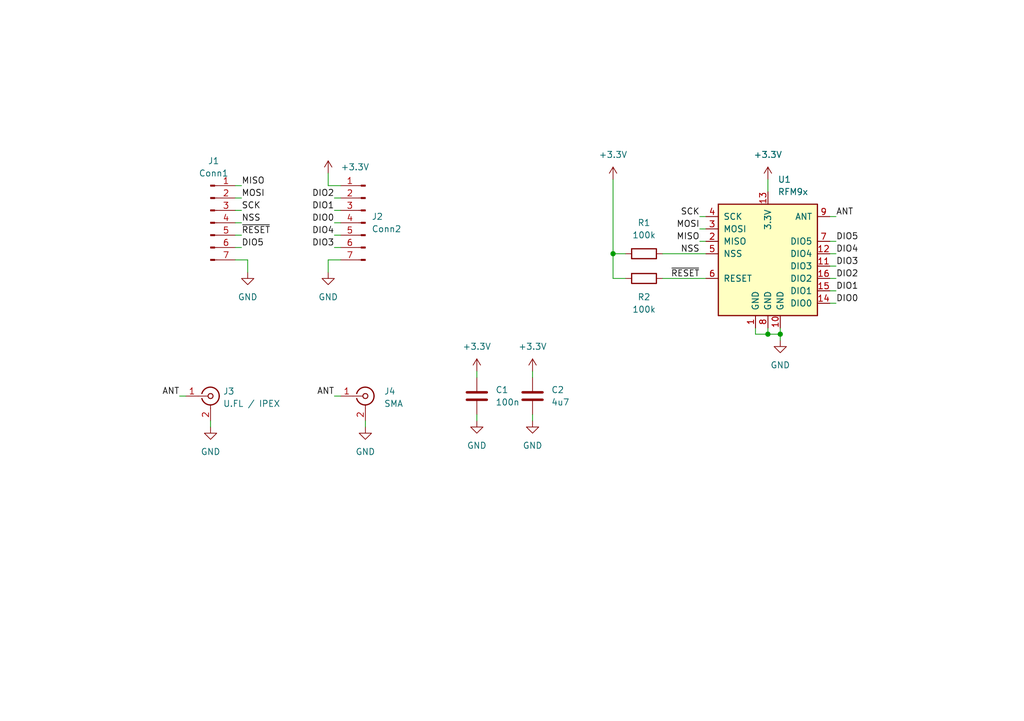
<source format=kicad_sch>
(kicad_sch (version 20211123) (generator eeschema)
  (paper "A5")
  (title_block (title "RFM95/RFM96 Board") (date "2022-11-27") (rev "1") (company "Kai Christian Bader") (comment 1 "CC BY-SA 4.0"))
  (lib_symbols
    (symbol "Connector:Conn_01x07_Male" (pin_names (offset 1.016) hide)
      (property "Reference" "J" (at 0 10.16 0))
      (property "Value" "Conn_01x07_Male" (at 0 -10.16 0))
      (symbol "Conn_01x07_Male_1_1"
        (polyline (pts (xy 1.27 -7.62) (xy 0.8636 -7.62)) (stroke (width 0.1524)))
        (polyline (pts (xy 1.27 -5.08) (xy 0.8636 -5.08)) (stroke (width 0.1524)))
        (polyline (pts (xy 1.27 -2.54) (xy 0.8636 -2.54)) (stroke (width 0.1524)))
        (polyline (pts (xy 1.27 0) (xy 0.8636 0)) (stroke (width 0.1524)))
        (polyline (pts (xy 1.27 2.54) (xy 0.8636 2.54)) (stroke (width 0.1524)))
        (polyline (pts (xy 1.27 5.08) (xy 0.8636 5.08)) (stroke (width 0.1524)))
        (polyline (pts (xy 1.27 7.62) (xy 0.8636 7.62)) (stroke (width 0.1524)))
        (rectangle (start 0.8636 -7.493) (end 0 -7.747) (stroke (width 0.1524)) (fill (type outline)))
        (rectangle (start 0.8636 -4.953) (end 0 -5.207) (stroke (width 0.1524)) (fill (type outline)))
        (rectangle (start 0.8636 -2.413) (end 0 -2.667) (stroke (width 0.1524)) (fill (type outline)))
        (rectangle (start 0.8636 0.127) (end 0 -0.127) (stroke (width 0.1524)) (fill (type outline)))
        (rectangle (start 0.8636 2.667) (end 0 2.413) (stroke (width 0.1524)) (fill (type outline)))
        (rectangle (start 0.8636 5.207) (end 0 4.953) (stroke (width 0.1524)) (fill (type outline)))
        (rectangle (start 0.8636 7.747) (end 0 7.493) (stroke (width 0.1524)) (fill (type outline)))
        (pin passive line (at 5.08 7.62 180) (length 3.81) (name "Pin_1") (number "1"))
        (pin passive line (at 5.08 5.08 180) (length 3.81) (name "Pin_2") (number "2"))
        (pin passive line (at 5.08 2.54 180) (length 3.81) (name "Pin_3") (number "3"))
        (pin passive line (at 5.08 0 180) (length 3.81) (name "Pin_4") (number "4"))
        (pin passive line (at 5.08 -2.54 180) (length 3.81) (name "Pin_5") (number "5"))
        (pin passive line (at 5.08 -5.08 180) (length 3.81) (name "Pin_6") (number "6"))
        (pin passive line (at 5.08 -7.62 180) (length 3.81) (name "Pin_7") (number "7"))
      )
    )
    (symbol "Connector:Conn_Coaxial" (pin_names (offset 1.016) hide)
      (property "Reference" "J" (at 0.254 3.048 0))
      (property "Value" "Conn_Coaxial" (at 2.921 0 90))
      (symbol "Conn_Coaxial_0_1"
        (arc (start -1.778 -0.508) (mid 0.2311 -1.8066) (end 1.778 0) (stroke (width 0.254)))
        (polyline (pts (xy -2.54 0) (xy -0.508 0)))
        (polyline (pts (xy 0 -2.54) (xy 0 -1.778)))
        (circle (center 0 0) (radius 0.508) (stroke (width 0.2032)))
        (arc (start 1.778 0) (mid 0.2099 1.8101) (end -1.778 0.508) (stroke (width 0.254)))
      )
      (symbol "Conn_Coaxial_1_1"
        (pin passive line (at -5.08 0 0) (length 2.54) (name "In") (number "1"))
        (pin passive line (at 0 -5.08 90) (length 2.54) (name "Ext") (number "2"))
      )
    )
    (symbol "Device:C" (pin_numbers hide) (pin_names (offset 0.254))
      (property "Reference" "C" (at 0.635 2.54 0))
      (property "Value" "C" (at 0.635 -2.54 0))
      (symbol "C_0_1"
        (polyline (pts (xy -2.032 -0.762) (xy 2.032 -0.762)) (stroke (width 0.508)))
        (polyline (pts (xy -2.032 0.762) (xy 2.032 0.762)) (stroke (width 0.508)))
      )
      (symbol "C_1_1"
        (pin passive line (at 0 3.81 270) (length 2.794) (name "~") (number "1"))
        (pin passive line (at 0 -3.81 90) (length 2.794) (name "~") (number "2"))
      )
    )
    (symbol "Device:R" (pin_numbers hide) (pin_names (offset 0))
      (property "Reference" "R" (at 2.032 0 90))
      (property "Value" "R" (at 0 0 90))
      (symbol "R_0_1"
        (rectangle (start -1.016 -2.54) (end 1.016 2.54) (stroke (width 0.254)))
      )
      (symbol "R_1_1"
        (pin passive line (at 0 3.81 270) (length 1.27) (name "~") (number "1"))
        (pin passive line (at 0 -3.81 90) (length 1.27) (name "~") (number "2"))
      )
    )
    (symbol "RF_Module:RFM95W-868S2" (pin_names (offset 1.016))
      (property "Reference" "U" (at -10.414 11.684 0))
      (property "Value" "RFM95W-868S2" (at 1.524 11.43 0))
      (symbol "RFM95W-868S2_0_1"
        (rectangle (start -10.16 10.16) (end 10.16 -12.7) (stroke (width 0.254)) (fill (type background)))
      )
      (symbol "RFM95W-868S2_1_1"
        (pin power_in line (at -2.54 -15.24 90) (length 2.54) (name "GND") (number "1"))
        (pin power_in line (at 2.54 -15.24 90) (length 2.54) (name "GND") (number "10"))
        (pin bidirectional line (at 12.7 -2.54 180) (length 2.54) (name "DIO3") (number "11"))
        (pin bidirectional line (at 12.7 0 180) (length 2.54) (name "DIO4") (number "12"))
        (pin power_in line (at 0 12.7 270) (length 2.54) (name "3.3V") (number "13"))
        (pin bidirectional line (at 12.7 -10.16 180) (length 2.54) (name "DIO0") (number "14"))
        (pin bidirectional line (at 12.7 -7.62 180) (length 2.54) (name "DIO1") (number "15"))
        (pin bidirectional line (at 12.7 -5.08 180) (length 2.54) (name "DIO2") (number "16"))
        (pin output line (at -12.7 2.54 0) (length 2.54) (name "MISO") (number "2"))
        (pin input line (at -12.7 5.08 0) (length 2.54) (name "MOSI") (number "3"))
        (pin input line (at -12.7 7.62 0) (length 2.54) (name "SCK") (number "4"))
        (pin input line (at -12.7 0 0) (length 2.54) (name "NSS") (number "5"))
        (pin bidirectional line (at -12.7 -5.08 0) (length 2.54) (name "RESET") (number "6"))
        (pin bidirectional line (at 12.7 2.54 180) (length 2.54) (name "DIO5") (number "7"))
        (pin power_in line (at 0 -15.24 90) (length 2.54) (name "GND") (number "8"))
        (pin bidirectional line (at 12.7 7.62 180) (length 2.54) (name "ANT") (number "9"))
      )
    )
    (symbol "power:+3.3V" (power) (pin_names (offset 0))
      (property "Value" "+3.3V" (at 0 3.556 0))
      (symbol "+3.3V_0_1"
        (polyline (pts (xy -0.762 1.27) (xy 0 2.54)))
        (polyline (pts (xy 0 0) (xy 0 2.54)))
        (polyline (pts (xy 0 2.54) (xy 0.762 1.27)))
      )
      (symbol "+3.3V_1_1"
        (pin power_in line (at 0 0 90) (length 0) hide (name "+3.3V") (number "1"))
      )
    )
    (symbol "power:GND" (power) (pin_names (offset 0))
      (property "Value" "GND" (at 0 -3.81 0))
      (symbol "GND_0_1"
        (polyline (pts (xy 0 0) (xy 0 -1.27) (xy 1.27 -1.27) (xy 0 -2.54) (xy -1.27 -1.27) (xy 0 -1.27)))
      )
      (symbol "GND_1_1"
        (pin power_in line (at 0 0 270) (length 0) hide (name "GND") (number "1"))
      )
    )
  )
  (junction (at 157.48 68.58))
  (junction (at 125.73 52.07))
  (junction (at 160.02 68.58))
  (wire (pts (xy 170.18 54.61) (xy 171.45 54.61)))
  (wire (pts (xy 67.31 38.1) (xy 67.31 35.56)))
  (wire (pts (xy 48.26 45.72) (xy 49.53 45.72)))
  (wire (pts (xy 143.51 44.45) (xy 144.78 44.45)))
  (wire (pts (xy 97.79 85.09) (xy 97.79 86.36)))
  (wire (pts (xy 170.18 57.15) (xy 171.45 57.15)))
  (wire (pts (xy 125.73 52.07) (xy 128.27 52.07)))
  (wire (pts (xy 170.18 52.07) (xy 171.45 52.07)))
  (wire (pts (xy 74.93 86.36) (xy 74.93 87.63)))
  (wire (pts (xy 170.18 49.53) (xy 171.45 49.53)))
  (wire (pts (xy 36.83 81.28) (xy 38.1 81.28)))
  (wire (pts (xy 125.73 52.07) (xy 125.73 36.83)))
  (wire (pts (xy 170.18 62.23) (xy 171.45 62.23)))
  (wire (pts (xy 135.89 52.07) (xy 144.78 52.07)))
  (wire (pts (xy 97.79 76.2) (xy 97.79 77.47)))
  (wire (pts (xy 157.48 67.31) (xy 157.48 68.58)))
  (wire (pts (xy 160.02 68.58) (xy 160.02 67.31)))
  (wire (pts (xy 68.58 48.26) (xy 69.85 48.26)))
  (wire (pts (xy 160.02 69.85) (xy 160.02 68.58)))
  (wire (pts (xy 48.26 40.64) (xy 49.53 40.64)))
  (wire (pts (xy 109.22 76.2) (xy 109.22 77.47)))
  (wire (pts (xy 128.27 57.15) (xy 125.73 57.15)))
  (wire (pts (xy 67.31 53.34) (xy 67.31 55.88)))
  (wire (pts (xy 170.18 44.45) (xy 171.45 44.45)))
  (wire (pts (xy 135.89 57.15) (xy 144.78 57.15)))
  (wire (pts (xy 68.58 40.64) (xy 69.85 40.64)))
  (wire (pts (xy 154.94 67.31) (xy 154.94 68.58)))
  (wire (pts (xy 69.85 53.34) (xy 67.31 53.34)))
  (wire (pts (xy 48.26 48.26) (xy 49.53 48.26)))
  (wire (pts (xy 68.58 50.8) (xy 69.85 50.8)))
  (wire (pts (xy 68.58 45.72) (xy 69.85 45.72)))
  (wire (pts (xy 143.51 49.53) (xy 144.78 49.53)))
  (wire (pts (xy 43.18 86.36) (xy 43.18 87.63)))
  (wire (pts (xy 125.73 57.15) (xy 125.73 52.07)))
  (wire (pts (xy 170.18 59.69) (xy 171.45 59.69)))
  (wire (pts (xy 48.26 43.18) (xy 49.53 43.18)))
  (wire (pts (xy 69.85 38.1) (xy 67.31 38.1)))
  (wire (pts (xy 48.26 38.1) (xy 49.53 38.1)))
  (wire (pts (xy 48.26 53.34) (xy 50.8 53.34)))
  (wire (pts (xy 157.48 68.58) (xy 160.02 68.58)))
  (wire (pts (xy 68.58 81.28) (xy 69.85 81.28)))
  (wire (pts (xy 109.22 85.09) (xy 109.22 86.36)))
  (wire (pts (xy 68.58 43.18) (xy 69.85 43.18)))
  (wire (pts (xy 154.94 68.58) (xy 157.48 68.58)))
  (wire (pts (xy 48.26 50.8) (xy 49.53 50.8)))
  (wire (pts (xy 50.8 53.34) (xy 50.8 55.88)))
  (wire (pts (xy 143.51 46.99) (xy 144.78 46.99)))
  (wire (pts (xy 157.48 36.83) (xy 157.48 39.37)))
  (label "MISO" (at 143.51 49.53 180))
  (label "DIO5" (at 171.45 49.53 0))
  (label "ANT" (at 36.83 81.28 180))
  (label "SCK" (at 49.53 43.18 0))
  (label "~{RESET}" (at 143.51 57.15 180))
  (label "DIO4" (at 68.58 48.26 180))
  (label "DIO1" (at 68.58 43.18 180))
  (label "ANT" (at 68.58 81.28 180))
  (label "DIO5" (at 49.53 50.8 0))
  (label "NSS" (at 49.53 45.72 0))
  (label "~{RESET}" (at 49.53 48.26 0))
  (label "DIO0" (at 171.45 62.23 0))
  (label "DIO2" (at 68.58 40.64 180))
  (label "DIO4" (at 171.45 52.07 0))
  (label "NSS" (at 143.51 52.07 180))
  (label "DIO3" (at 68.58 50.8 180))
  (label "MOSI" (at 49.53 40.64 0))
  (label "DIO1" (at 171.45 59.69 0))
  (label "SCK" (at 143.51 44.45 180))
  (label "ANT" (at 171.45 44.45 0))
  (label "DIO3" (at 171.45 54.61 0))
  (label "MISO" (at 49.53 38.1 0))
  (label "MOSI" (at 143.51 46.99 180))
  (label "DIO0" (at 68.58 45.72 180))
  (label "DIO2" (at 171.45 57.15 0))
  (symbol (lib_id "Device:R") (at 132.08 57.15 90) (unit 1)
    (property "Reference" "R2" (at 132.08 60.96 90))
    (property "Value" "100k" (at 132.08 63.5 90))
    (property "Footprint" "Resistor_SMD:R_0603_1608Metric_Pad0.98x0.95mm_HandSolder" (effects hide))
  )
  (symbol (lib_id "power:GND") (at 67.31 55.88 0) (unit 1)
    (property "Reference" "#PWR0103" (effects hide))
    (property "Value" "GND" (at 67.31 60.96 0))
  )
  (symbol (lib_id "Device:R") (at 132.08 52.07 90) (unit 1)
    (property "Reference" "R1" (at 132.08 45.72 90))
    (property "Value" "100k" (at 132.08 48.26 90))
    (property "Footprint" "Resistor_SMD:R_0603_1608Metric_Pad0.98x0.95mm_HandSolder" (effects hide))
  )
  (symbol (lib_id "power:GND") (at 50.8 55.88 0) (unit 1)
    (property "Reference" "#PWR0105" (effects hide))
    (property "Value" "GND" (at 50.8 60.96 0))
  )
  (symbol (lib_id "Connector:Conn_Coaxial") (at 43.18 81.28 0) (unit 1)
    (property "Reference" "J3" (at 45.72 80.3031 0) (effects (justify left)))
    (property "Value" "U.FL / IPEX" (at 45.72 82.8431 0) (effects (justify left)))
    (property "Footprint" "Connector_Coaxial:U.FL_Molex_MCRF_73412-0110_Vertical" (effects hide))
    (property "Datasheet" " ~" (effects hide))
  )
  (symbol (lib_id "power:+3.3V") (at 157.48 36.83 0) (unit 1)
    (property "Reference" "#PWR0101" (effects hide))
    (property "Value" "+3.3V" (at 157.48 31.75 0))
  )
  (symbol (lib_id "power:GND") (at 160.02 69.85 0) (unit 1)
    (property "Reference" "#PWR0102" (effects hide))
    (property "Value" "GND" (at 160.02 74.93 0))
  )
  (symbol (lib_id "power:GND") (at 109.22 86.36 0) (unit 1)
    (property "Reference" "#PWR0112" (effects hide))
    (property "Value" "GND" (at 109.22 91.44 0))
  )
  (symbol (lib_id "Device:C") (at 109.22 81.28 0) (unit 1)
    (property "Reference" "C2" (at 113.03 80.0099 0) (effects (justify left)))
    (property "Value" "4u7" (at 113.03 82.5499 0) (effects (justify left)))
    (property "Footprint" "Capacitor_SMD:C_0603_1608Metric_Pad1.08x0.95mm_HandSolder" (effects hide))
  )
  (symbol (lib_id "Device:C") (at 97.79 81.28 0) (unit 1)
    (property "Reference" "C1" (at 101.6 80.0099 0) (effects (justify left)))
    (property "Value" "100n" (at 101.6 82.5499 0) (effects (justify left)))
    (property "Footprint" "Capacitor_SMD:C_0603_1608Metric_Pad1.08x0.95mm_HandSolder" (effects hide))
  )
  (symbol (lib_id "power:+3.3V") (at 109.22 76.2 0) (unit 1)
    (property "Reference" "#PWR0110" (effects hide))
    (property "Value" "+3.3V" (at 109.22 71.12 0))
  )
  (symbol (lib_id "power:+3.3V") (at 97.79 76.2 0) (unit 1)
    (property "Reference" "#PWR0109" (effects hide))
    (property "Value" "+3.3V" (at 97.79 71.12 0))
  )
  (symbol (lib_id "RF_Module:RFM95W-868S2") (at 157.48 52.07 0) (unit 1)
    (property "Reference" "U1" (at 159.4994 36.83 0) (effects (justify left)))
    (property "Value" "RFM9x" (at 159.4994 39.37 0) (effects (justify left)))
    (property "Footprint" "RF_Module:HOPERF_RFM9XW_SMD" (effects hide))
    (property "Datasheet" "https://www.hoperf.com/data/upload/portal/20181127/5bfcbea20e9ef.pdf" (effects hide))
  )
  (symbol (lib_id "power:+3.3V") (at 67.31 35.56 0) (unit 1)
    (property "Reference" "#PWR0104" (effects hide))
    (property "Value" "+3.3V" (at 69.85 34.2899 0) (effects (justify left)))
  )
  (symbol (lib_id "power:+3.3V") (at 125.73 36.83 0) (unit 1)
    (property "Reference" "#PWR0108" (effects hide))
    (property "Value" "+3.3V" (at 125.73 31.75 0))
  )
  (symbol (lib_id "power:GND") (at 43.18 87.63 0) (unit 1)
    (property "Reference" "#PWR0106" (effects hide))
    (property "Value" "GND" (at 43.18 92.71 0))
  )
  (symbol (lib_id "power:GND") (at 74.93 87.63 0) (unit 1)
    (property "Reference" "#PWR0107" (effects hide))
    (property "Value" "GND" (at 74.93 92.71 0))
  )
  (symbol (lib_id "Connector:Conn_01x07_Male") (at 74.93 45.72 0) (mirror y) (unit 1)
    (property "Reference" "J2" (at 76.2 44.4499 0) (effects (justify right)))
    (property "Value" "Conn2" (at 76.2 46.9899 0) (effects (justify right)))
    (property "Footprint" "Connector_PinHeader_2.54mm:PinHeader_1x07_P2.54mm_Vertical" (effects hide))
  )
  (symbol (lib_id "Connector:Conn_Coaxial") (at 74.93 81.28 0) (unit 1)
    (property "Reference" "J4" (at 78.74 80.3031 0) (effects (justify left)))
    (property "Value" "SMA" (at 78.74 82.8431 0) (effects (justify left)))
    (property "Footprint" "Connector_Coaxial:SMA_Samtec_SMA-J-P-X-ST-EM1_EdgeMount" (effects hide))
    (property "Datasheet" " ~" (effects hide))
  )
  (symbol (lib_id "Connector:Conn_01x07_Male") (at 43.18 45.72 0) (unit 1)
    (property "Reference" "J1" (at 43.815 33.02 0))
    (property "Value" "Conn1" (at 43.815 35.56 0))
    (property "Footprint" "Connector_PinHeader_2.54mm:PinHeader_1x07_P2.54mm_Vertical" (effects hide))
  )
  (symbol (lib_id "power:GND") (at 97.79 86.36 0) (unit 1)
    (property "Reference" "#PWR0111" (effects hide))
    (property "Value" "GND" (at 97.79 91.44 0))
  )
)
</source>
